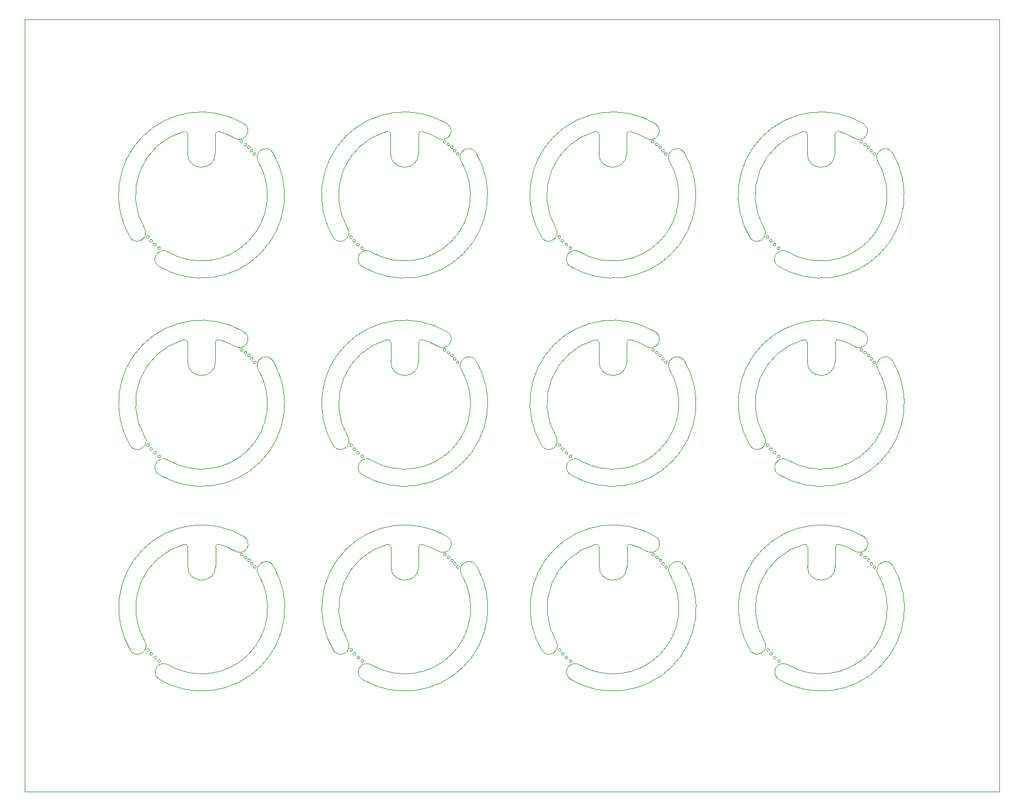
<source format=gbr>
%TF.GenerationSoftware,KiCad,Pcbnew,(7.0.0)*%
%TF.CreationDate,2023-05-18T16:05:58-04:00*%
%TF.ProjectId,eib-64-cap,6569622d-3634-42d6-9361-702e6b696361,B*%
%TF.SameCoordinates,Original*%
%TF.FileFunction,Profile,NP*%
%FSLAX46Y46*%
G04 Gerber Fmt 4.6, Leading zero omitted, Abs format (unit mm)*
G04 Created by KiCad (PCBNEW (7.0.0)) date 2023-05-18 16:05:58*
%MOMM*%
%LPD*%
G01*
G04 APERTURE LIST*
%TA.AperFunction,Profile*%
%ADD10C,0.050000*%
%TD*%
%TA.AperFunction,Profile*%
%ADD11C,0.100000*%
%TD*%
G04 APERTURE END LIST*
D10*
X109515380Y-92787742D02*
G75*
G03*
X113515380Y-92787742I2000000J0D01*
G01*
X181815440Y-92687705D02*
G75*
G03*
X179715379Y-93987742I-1047940J-653395D01*
G01*
X109496750Y-62787742D02*
G75*
G03*
X113496750Y-62787742I2000000J0D01*
G01*
X138974016Y-119131391D02*
G75*
G03*
X133334010Y-133081372I2559684J-9150009D01*
G01*
X131315432Y-104987701D02*
G75*
G03*
X133315379Y-103587743I958168J759701D01*
G01*
X84812750Y-89637717D02*
G75*
G03*
X84262741Y-90012742I-142950J-381183D01*
G01*
X90121370Y-122381371D02*
G75*
G03*
X90121370Y-122381371I-200000J0D01*
G01*
X144083996Y-119131409D02*
G75*
G03*
X143534010Y-119506371I-142996J-381091D01*
G01*
X116315380Y-90587743D02*
G75*
G03*
X114065380Y-89637742I-4470380J-7448257D01*
G01*
X149336750Y-62887742D02*
G75*
G03*
X149336750Y-62887742I-200000J0D01*
G01*
X118015380Y-61506371D02*
G75*
G03*
X118015380Y-61506371I-200000J0D01*
G01*
X134996750Y-75937742D02*
G75*
G03*
X134996750Y-75937742I-200000J0D01*
G01*
X165434011Y-138581369D02*
G75*
G03*
X181834010Y-122181371I6101809J10298189D01*
G01*
X101296712Y-74987772D02*
G75*
G03*
X103296750Y-73587743I958188J759772D01*
G01*
X89262740Y-61906371D02*
G75*
G03*
X89262740Y-61906371I-200000J0D01*
G01*
X76162742Y-109087739D02*
G75*
G03*
X92562739Y-92687743I6101808J10298189D01*
G01*
X75744110Y-75937742D02*
G75*
G03*
X75744110Y-75937742I-200000J0D01*
G01*
X77462769Y-106987697D02*
G75*
G03*
X76162740Y-109087742I-671369J-1036803D01*
G01*
X169515380Y-92787742D02*
X169515380Y-90012742D01*
X88232740Y-91097742D02*
G75*
G03*
X88232740Y-91097742I-200000J0D01*
G01*
X108936749Y-59637738D02*
G75*
G03*
X103296750Y-73587743I2559731J-9150032D01*
G01*
X179336750Y-62887742D02*
G75*
G03*
X179336750Y-62887742I-200000J0D01*
G01*
X87044113Y-60587738D02*
G75*
G03*
X88344110Y-58487743I671337J1036788D01*
G01*
X166734012Y-136481368D02*
G75*
G03*
X179734007Y-123481371I4799998J8199998D01*
G01*
X77444099Y-76987759D02*
G75*
G03*
X76144110Y-79087742I-671399J-1036741D01*
G01*
X139496750Y-62787742D02*
G75*
G03*
X143496750Y-62787742I2000000J0D01*
G01*
X76144112Y-79087739D02*
G75*
G03*
X92544109Y-62687743I6101808J10298189D01*
G01*
X77481372Y-136481368D02*
G75*
G03*
X90481367Y-123481371I4799998J8199998D01*
G01*
X134034010Y-134331371D02*
G75*
G03*
X134034010Y-134331371I-200000J0D01*
G01*
X177615383Y-88487736D02*
G75*
G03*
X161315380Y-104987742I-6091863J-10283194D01*
G01*
X87081364Y-120081383D02*
G75*
G03*
X84831370Y-119131372I-4470364J-7448117D01*
G01*
X101334017Y-134481365D02*
G75*
G03*
X103334009Y-133081372I958193J759715D01*
G01*
X105596750Y-76437742D02*
G75*
G03*
X105596750Y-76437742I-200000J0D01*
G01*
X169496793Y-60012741D02*
G75*
G03*
X168936750Y-59637743I-409693J-6159D01*
G01*
X166715386Y-106987733D02*
G75*
G03*
X165415380Y-109087741I-671386J-1036767D01*
G01*
X79684111Y-59637747D02*
G75*
G03*
X74044111Y-73587743I2559739J-9150033D01*
G01*
X169496750Y-62787742D02*
G75*
G03*
X173496750Y-62787742I2000000J0D01*
G01*
X80262740Y-92787742D02*
G75*
G03*
X84262740Y-92787742I2000000J0D01*
G01*
X104996750Y-75937742D02*
G75*
G03*
X104996750Y-75937742I-200000J0D01*
G01*
X117634012Y-117981367D02*
G75*
G03*
X101334011Y-134481371I-6091862J-10283193D01*
G01*
X101315432Y-104987701D02*
G75*
G03*
X103315379Y-103587743I958168J759701D01*
G01*
X178915380Y-62406371D02*
G75*
G03*
X178915380Y-62406371I-200000J0D01*
G01*
X169534010Y-122281371D02*
G75*
G03*
X173534010Y-122281371I2000000J0D01*
G01*
X177634012Y-117981367D02*
G75*
G03*
X161334011Y-134481371I-6091862J-10283193D01*
G01*
X109534010Y-122281371D02*
X109534010Y-119506371D01*
X119336750Y-62887742D02*
G75*
G03*
X119336750Y-62887742I-200000J0D01*
G01*
X139496750Y-62787742D02*
X139496750Y-60012742D01*
X177504010Y-120591371D02*
G75*
G03*
X177504010Y-120591371I-200000J0D01*
G01*
X72062715Y-104987762D02*
G75*
G03*
X74062739Y-103587744I958185J759762D01*
G01*
X166696773Y-76987707D02*
G75*
G03*
X165396750Y-79087741I-671373J-1036793D01*
G01*
X161315432Y-104987701D02*
G75*
G03*
X163315379Y-103587743I958168J759701D01*
G01*
X79721372Y-119131377D02*
G75*
G03*
X74081370Y-133081372I2559738J-9150033D01*
G01*
X75762740Y-105937742D02*
G75*
G03*
X75762740Y-105937742I-200000J0D01*
G01*
X106715382Y-106987738D02*
G75*
G03*
X119715378Y-93987742I4799998J8199998D01*
G01*
X116334022Y-120081353D02*
G75*
G03*
X117634010Y-117981371I671378J1036753D01*
G01*
X134484010Y-134881371D02*
G75*
G03*
X134484010Y-134881371I-200000J0D01*
G01*
X135434011Y-138581369D02*
G75*
G03*
X151834010Y-122181371I6101809J10298189D01*
G01*
X136734012Y-136481368D02*
G75*
G03*
X149734007Y-123481371I4799998J8199998D01*
G01*
X88381372Y-117981367D02*
G75*
G03*
X72081371Y-134481371I-6091862J-10283193D01*
G01*
X116334004Y-120081382D02*
G75*
G03*
X114084010Y-119131372I-4470404J-7448218D01*
G01*
X165034010Y-135431371D02*
G75*
G03*
X165034010Y-135431371I-200000J0D01*
G01*
X104484010Y-134881371D02*
G75*
G03*
X104484010Y-134881371I-200000J0D01*
G01*
X146296713Y-60587801D02*
G75*
G03*
X147596750Y-58487743I671387J1036801D01*
G01*
X80244071Y-60012743D02*
G75*
G03*
X79684110Y-59637743I-409671J-6157D01*
G01*
X135015380Y-105937742D02*
G75*
G03*
X135015380Y-105937742I-200000J0D01*
G01*
X118534010Y-91906371D02*
G75*
G03*
X118534010Y-91906371I-200000J0D01*
G01*
X106734008Y-136481374D02*
G75*
G03*
X105434010Y-138581370I-671358J-1036776D01*
G01*
X116296754Y-60587737D02*
G75*
G03*
X114046750Y-59637742I-4470354J-7448263D01*
G01*
X135034010Y-135431371D02*
G75*
G03*
X135034010Y-135431371I-200000J0D01*
G01*
X149374010Y-122381371D02*
G75*
G03*
X149374010Y-122381371I-200000J0D01*
G01*
X146334004Y-120081382D02*
G75*
G03*
X144084010Y-119131372I-4470404J-7448218D01*
G01*
X89300000Y-121400000D02*
G75*
G03*
X89300000Y-121400000I-200000J0D01*
G01*
X118952640Y-121900000D02*
G75*
G03*
X118952640Y-121900000I-200000J0D01*
G01*
X169496750Y-62787742D02*
X169496750Y-60012742D01*
X92544126Y-62687732D02*
G75*
G03*
X90444110Y-63987742I-1047926J-653368D01*
G01*
X89700000Y-121900000D02*
G75*
G03*
X89700000Y-121900000I-200000J0D01*
G01*
X89681370Y-92406371D02*
G75*
G03*
X89681370Y-92406371I-200000J0D01*
G01*
X139534010Y-122281371D02*
G75*
G03*
X143534010Y-122281371I2000000J0D01*
G01*
X148015380Y-61506371D02*
G75*
G03*
X148015380Y-61506371I-200000J0D01*
G01*
X88800000Y-121000000D02*
G75*
G03*
X88800000Y-121000000I-200000J0D01*
G01*
X118915380Y-62406371D02*
G75*
G03*
X118915380Y-62406371I-200000J0D01*
G01*
X138936749Y-59637738D02*
G75*
G03*
X133296750Y-73587743I2559731J-9150032D01*
G01*
X75231370Y-134881371D02*
G75*
G03*
X75231370Y-134881371I-200000J0D01*
G01*
X77481368Y-136481374D02*
G75*
G03*
X76181370Y-138581370I-671358J-1036776D01*
G01*
X87062743Y-90587738D02*
G75*
G03*
X88362740Y-88487743I671337J1036788D01*
G01*
X179355380Y-92887742D02*
G75*
G03*
X179355380Y-92887742I-200000J0D01*
G01*
X109533944Y-119506372D02*
G75*
G03*
X108974010Y-119131372I-409644J-6128D01*
G01*
X114065371Y-89637767D02*
G75*
G03*
X113515381Y-90012742I-142971J-381133D01*
G01*
X89662740Y-62406371D02*
G75*
G03*
X89662740Y-62406371I-200000J0D01*
G01*
X109515380Y-92787742D02*
X109515380Y-90012742D01*
X139515380Y-92787742D02*
G75*
G03*
X143515380Y-92787742I2000000J0D01*
G01*
X179374010Y-122381371D02*
G75*
G03*
X179374010Y-122381371I-200000J0D01*
G01*
X146296754Y-60587737D02*
G75*
G03*
X144046750Y-59637742I-4470354J-7448263D01*
G01*
X105615380Y-106437742D02*
G75*
G03*
X105615380Y-106437742I-200000J0D01*
G01*
X104015380Y-104837742D02*
G75*
G03*
X104015380Y-104837742I-200000J0D01*
G01*
X121834052Y-122181345D02*
G75*
G03*
X119734010Y-123481371I-1047952J-653355D01*
G01*
X164015380Y-104837742D02*
G75*
G03*
X164015380Y-104837742I-200000J0D01*
G01*
X178934010Y-92406371D02*
G75*
G03*
X178934010Y-92406371I-200000J0D01*
G01*
X169515382Y-90012742D02*
G75*
G03*
X168955380Y-89637743I-409682J-6158D01*
G01*
X117485380Y-91097742D02*
G75*
G03*
X117485380Y-91097742I-200000J0D01*
G01*
X174065371Y-89637767D02*
G75*
G03*
X173515381Y-90012742I-142971J-381133D01*
G01*
X80262740Y-92787742D02*
X80262740Y-90012742D01*
X84244110Y-62787742D02*
X84244110Y-60012742D01*
D11*
X56800000Y-43500000D02*
X197200000Y-43500000D01*
X197200000Y-43500000D02*
X197200000Y-154700000D01*
X197200000Y-154700000D02*
X56800000Y-154700000D01*
X56800000Y-154700000D02*
X56800000Y-43500000D01*
D10*
X164034010Y-134331371D02*
G75*
G03*
X164034010Y-134331371I-200000J0D01*
G01*
X177485380Y-91097742D02*
G75*
G03*
X177485380Y-91097742I-200000J0D01*
G01*
X75781370Y-135431371D02*
G75*
G03*
X75781370Y-135431371I-200000J0D01*
G01*
X139515380Y-92787742D02*
X139515380Y-90012742D01*
X106734012Y-136481368D02*
G75*
G03*
X119734007Y-123481371I4799998J8199998D01*
G01*
X113515380Y-92787742D02*
X113515380Y-90012742D01*
X109534010Y-122281371D02*
G75*
G03*
X113534010Y-122281371I2000000J0D01*
G01*
X79702741Y-89637747D02*
G75*
G03*
X74062741Y-103587743I2559739J-9150033D01*
G01*
X74762740Y-104837742D02*
G75*
G03*
X74762740Y-104837742I-200000J0D01*
G01*
X76381370Y-135931371D02*
G75*
G03*
X76381370Y-135931371I-200000J0D01*
G01*
X178034010Y-91506371D02*
G75*
G03*
X178034010Y-91506371I-200000J0D01*
G01*
X135596750Y-76437742D02*
G75*
G03*
X135596750Y-76437742I-200000J0D01*
G01*
X80281370Y-122281371D02*
G75*
G03*
X84281370Y-122281371I2000000J0D01*
G01*
X117615383Y-88487736D02*
G75*
G03*
X101315380Y-104987742I-6091863J-10283194D01*
G01*
X76181371Y-138581369D02*
G75*
G03*
X92581370Y-122181371I6101809J10298189D01*
G01*
X74744110Y-74837742D02*
G75*
G03*
X74744110Y-74837742I-200000J0D01*
G01*
X90102740Y-92887742D02*
G75*
G03*
X90102740Y-92887742I-200000J0D01*
G01*
X139515382Y-90012742D02*
G75*
G03*
X138955380Y-89637743I-409682J-6158D01*
G01*
X80244110Y-62787742D02*
X80244110Y-60012742D01*
X72081377Y-134481365D02*
G75*
G03*
X74081369Y-133081372I958193J759715D01*
G01*
X84831375Y-119131358D02*
G75*
G03*
X84281370Y-119506371I-142975J-381142D01*
G01*
X151796709Y-62687768D02*
G75*
G03*
X149696749Y-63987742I-1047909J-653332D01*
G01*
X106696752Y-76987738D02*
G75*
G03*
X119696748Y-63987742I4799998J8199998D01*
G01*
X118052640Y-121000000D02*
G75*
G03*
X118052640Y-121000000I-200000J0D01*
G01*
X168955379Y-89637738D02*
G75*
G03*
X163315380Y-103587743I2559731J-9150032D01*
G01*
X143515380Y-92787742D02*
X143515380Y-90012742D01*
X76344110Y-76437742D02*
G75*
G03*
X76344110Y-76437742I-200000J0D01*
G01*
X116315325Y-90587828D02*
G75*
G03*
X117615380Y-88487742I671375J1036828D01*
G01*
X148052640Y-121000000D02*
G75*
G03*
X148052640Y-121000000I-200000J0D01*
G01*
X178015380Y-61506371D02*
G75*
G03*
X178015380Y-61506371I-200000J0D01*
G01*
X135634010Y-135931371D02*
G75*
G03*
X135634010Y-135931371I-200000J0D01*
G01*
X119355380Y-92887742D02*
G75*
G03*
X119355380Y-92887742I-200000J0D01*
G01*
X166715382Y-106987738D02*
G75*
G03*
X179715378Y-93987742I4799998J8199998D01*
G01*
X168936749Y-59637738D02*
G75*
G03*
X163296750Y-73587743I2559731J-9150032D01*
G01*
X75212740Y-105387742D02*
G75*
G03*
X75212740Y-105387742I-200000J0D01*
G01*
X135615380Y-106437742D02*
G75*
G03*
X135615380Y-106437742I-200000J0D01*
G01*
X84794086Y-59637805D02*
G75*
G03*
X84244111Y-60012742I-142986J-381095D01*
G01*
X178052640Y-121000000D02*
G75*
G03*
X178052640Y-121000000I-200000J0D01*
G01*
X169515380Y-92787742D02*
G75*
G03*
X173515380Y-92787742I2000000J0D01*
G01*
X131296712Y-74987772D02*
G75*
G03*
X133296750Y-73587743I958188J759772D01*
G01*
X114083996Y-119131409D02*
G75*
G03*
X113534010Y-119506371I-142996J-381091D01*
G01*
X168974016Y-119131391D02*
G75*
G03*
X163334010Y-133081372I2559684J-9150009D01*
G01*
X113534010Y-122281371D02*
X113534010Y-119506371D01*
X117466750Y-61097742D02*
G75*
G03*
X117466750Y-61097742I-200000J0D01*
G01*
X147466750Y-61097742D02*
G75*
G03*
X147466750Y-61097742I-200000J0D01*
G01*
X88362743Y-88487736D02*
G75*
G03*
X72062740Y-104987742I-6091863J-10283194D01*
G01*
X92562714Y-92687758D02*
G75*
G03*
X90462739Y-93987742I-1047914J-653342D01*
G01*
X80281370Y-122281371D02*
X80281370Y-119506371D01*
X88344113Y-58487736D02*
G75*
G03*
X72044110Y-74987742I-6091863J-10283194D01*
G01*
X121815440Y-92687705D02*
G75*
G03*
X119715379Y-93987742I-1047940J-653395D01*
G01*
X87044105Y-60587750D02*
G75*
G03*
X84794110Y-59637743I-4470405J-7448250D01*
G01*
X147485380Y-91097742D02*
G75*
G03*
X147485380Y-91097742I-200000J0D01*
G01*
X165415382Y-109087739D02*
G75*
G03*
X181815379Y-92687743I6101808J10298189D01*
G01*
X147615383Y-88487736D02*
G75*
G03*
X131315380Y-104987742I-6091863J-10283194D01*
G01*
X103996750Y-74837742D02*
G75*
G03*
X103996750Y-74837742I-200000J0D01*
G01*
X131333959Y-134481411D02*
G75*
G03*
X133334009Y-133081372I958241J759711D01*
G01*
X117504010Y-120591371D02*
G75*
G03*
X117504010Y-120591371I-200000J0D01*
G01*
X176296713Y-60587801D02*
G75*
G03*
X177596750Y-58487743I671387J1036801D01*
G01*
X118515380Y-61906371D02*
G75*
G03*
X118515380Y-61906371I-200000J0D01*
G01*
X176296754Y-60587737D02*
G75*
G03*
X174046750Y-59637742I-4470354J-7448263D01*
G01*
X76362740Y-106437742D02*
G75*
G03*
X76362740Y-106437742I-200000J0D01*
G01*
X169534010Y-122281371D02*
X169534010Y-119506371D01*
X181796709Y-62687768D02*
G75*
G03*
X179696749Y-63987742I-1047909J-653332D01*
G01*
X118034010Y-91506371D02*
G75*
G03*
X118034010Y-91506371I-200000J0D01*
G01*
X147504010Y-120591371D02*
G75*
G03*
X147504010Y-120591371I-200000J0D01*
G01*
X166696752Y-76987738D02*
G75*
G03*
X179696748Y-63987742I4799998J8199998D01*
G01*
X116296713Y-60587801D02*
G75*
G03*
X117596750Y-58487743I671387J1036801D01*
G01*
X89281370Y-91906371D02*
G75*
G03*
X89281370Y-91906371I-200000J0D01*
G01*
X178534010Y-91906371D02*
G75*
G03*
X178534010Y-91906371I-200000J0D01*
G01*
X105034010Y-135431371D02*
G75*
G03*
X105034010Y-135431371I-200000J0D01*
G01*
X119374010Y-122381371D02*
G75*
G03*
X119374010Y-122381371I-200000J0D01*
G01*
X108955381Y-89637747D02*
G75*
G03*
X103315381Y-103587743I2559739J-9150033D01*
G01*
X74781370Y-134331371D02*
G75*
G03*
X74781370Y-134331371I-200000J0D01*
G01*
X165015380Y-105937742D02*
G75*
G03*
X165015380Y-105937742I-200000J0D01*
G01*
X147634012Y-117981367D02*
G75*
G03*
X131334011Y-134481371I-6091862J-10283193D01*
G01*
X134446750Y-75387742D02*
G75*
G03*
X134446750Y-75387742I-200000J0D01*
G01*
X88251370Y-120591371D02*
G75*
G03*
X88251370Y-120591371I-200000J0D01*
G01*
X163996750Y-74837742D02*
G75*
G03*
X163996750Y-74837742I-200000J0D01*
G01*
X118934010Y-92406371D02*
G75*
G03*
X118934010Y-92406371I-200000J0D01*
G01*
X109515382Y-90012742D02*
G75*
G03*
X108955380Y-89637743I-409682J-6158D01*
G01*
X148952640Y-121900000D02*
G75*
G03*
X148952640Y-121900000I-200000J0D01*
G01*
X134465380Y-105387742D02*
G75*
G03*
X134465380Y-105387742I-200000J0D01*
G01*
X146315325Y-90587828D02*
G75*
G03*
X147615380Y-88487742I671375J1036828D01*
G01*
X173515380Y-92787742D02*
X173515380Y-90012742D01*
X143534010Y-122281371D02*
X143534010Y-119506371D01*
X92581376Y-122181367D02*
G75*
G03*
X90481370Y-123481371I-1047916J-653373D01*
G01*
X176315380Y-90587743D02*
G75*
G03*
X174065380Y-89637742I-4470380J-7448257D01*
G01*
X144065371Y-89637767D02*
G75*
G03*
X143515381Y-90012742I-142971J-381133D01*
G01*
X105015380Y-105937742D02*
G75*
G03*
X105015380Y-105937742I-200000J0D01*
G01*
X109496750Y-62787742D02*
X109496750Y-60012742D01*
X165615380Y-106437742D02*
G75*
G03*
X165615380Y-106437742I-200000J0D01*
G01*
X87081348Y-120081406D02*
G75*
G03*
X88381370Y-117981372I671352J1036806D01*
G01*
X138955381Y-89637747D02*
G75*
G03*
X133315381Y-103587743I2559739J-9150033D01*
G01*
X146315380Y-90587743D02*
G75*
G03*
X144065380Y-89637742I-4470380J-7448257D01*
G01*
X164446750Y-75387742D02*
G75*
G03*
X164446750Y-75387742I-200000J0D01*
G01*
X113496750Y-62787742D02*
X113496750Y-60012742D01*
X147596753Y-58487736D02*
G75*
G03*
X131296750Y-74987742I-6091863J-10283194D01*
G01*
X108974016Y-119131391D02*
G75*
G03*
X103334010Y-133081372I2559684J-9150009D01*
G01*
X134015380Y-104837742D02*
G75*
G03*
X134015380Y-104837742I-200000J0D01*
G01*
X90084110Y-62887742D02*
G75*
G03*
X90084110Y-62887742I-200000J0D01*
G01*
X106696773Y-76987707D02*
G75*
G03*
X105396750Y-79087741I-671373J-1036793D01*
G01*
X104034010Y-134331371D02*
G75*
G03*
X104034010Y-134331371I-200000J0D01*
G01*
X72044123Y-74987732D02*
G75*
G03*
X74044110Y-73587743I958177J759732D01*
G01*
X148034010Y-91506371D02*
G75*
G03*
X148034010Y-91506371I-200000J0D01*
G01*
X177466750Y-61097742D02*
G75*
G03*
X177466750Y-61097742I-200000J0D01*
G01*
X105396752Y-79087739D02*
G75*
G03*
X121796749Y-62687743I6101808J10298189D01*
G01*
X75194110Y-75387742D02*
G75*
G03*
X75194110Y-75387742I-200000J0D01*
G01*
X88214110Y-61097742D02*
G75*
G03*
X88214110Y-61097742I-200000J0D01*
G01*
X117596753Y-58487736D02*
G75*
G03*
X101296750Y-74987742I-6091863J-10283194D01*
G01*
X178515380Y-61906371D02*
G75*
G03*
X178515380Y-61906371I-200000J0D01*
G01*
X164465380Y-105387742D02*
G75*
G03*
X164465380Y-105387742I-200000J0D01*
G01*
X136696773Y-76987707D02*
G75*
G03*
X135396750Y-79087741I-671373J-1036793D01*
G01*
X105434011Y-138581369D02*
G75*
G03*
X121834010Y-122181371I6101809J10298189D01*
G01*
X148515380Y-61906371D02*
G75*
G03*
X148515380Y-61906371I-200000J0D01*
G01*
X173496750Y-62787742D02*
X173496750Y-60012742D01*
X178552640Y-121400000D02*
G75*
G03*
X178552640Y-121400000I-200000J0D01*
G01*
X105634010Y-135931371D02*
G75*
G03*
X105634010Y-135931371I-200000J0D01*
G01*
X165634010Y-135931371D02*
G75*
G03*
X165634010Y-135931371I-200000J0D01*
G01*
X80262797Y-90012741D02*
G75*
G03*
X79702740Y-89637742I-409697J-6159D01*
G01*
X149355380Y-92887742D02*
G75*
G03*
X149355380Y-92887742I-200000J0D01*
G01*
X135396752Y-79087739D02*
G75*
G03*
X151796749Y-62687743I6101808J10298189D01*
G01*
X135415382Y-109087739D02*
G75*
G03*
X151815379Y-92687743I6101808J10298189D01*
G01*
X151815440Y-92687705D02*
G75*
G03*
X149715379Y-93987742I-1047940J-653395D01*
G01*
X136696752Y-76987738D02*
G75*
G03*
X149696748Y-63987742I4799998J8199998D01*
G01*
X148915380Y-62406371D02*
G75*
G03*
X148915380Y-62406371I-200000J0D01*
G01*
X139534010Y-122281371D02*
X139534010Y-119506371D01*
X84262740Y-92787742D02*
X84262740Y-90012742D01*
X177596753Y-58487736D02*
G75*
G03*
X161296750Y-74987742I-6091863J-10283194D01*
G01*
X104465380Y-105387742D02*
G75*
G03*
X104465380Y-105387742I-200000J0D01*
G01*
X164996750Y-75937742D02*
G75*
G03*
X164996750Y-75937742I-200000J0D01*
G01*
X121796709Y-62687768D02*
G75*
G03*
X119696749Y-63987742I-1047909J-653332D01*
G01*
X165396752Y-79087739D02*
G75*
G03*
X181796749Y-62687743I6101808J10298189D01*
G01*
X178952640Y-121900000D02*
G75*
G03*
X178952640Y-121900000I-200000J0D01*
G01*
X165596750Y-76437742D02*
G75*
G03*
X165596750Y-76437742I-200000J0D01*
G01*
X88781370Y-91506371D02*
G75*
G03*
X88781370Y-91506371I-200000J0D01*
G01*
X151834052Y-122181345D02*
G75*
G03*
X149734010Y-123481371I-1047952J-653355D01*
G01*
X87062745Y-90587735D02*
G75*
G03*
X84812740Y-89637743I-4470345J-7448265D01*
G01*
X143496750Y-62787742D02*
X143496750Y-60012742D01*
X176334022Y-120081353D02*
G75*
G03*
X177634010Y-117981371I671378J1036753D01*
G01*
X77444112Y-76987738D02*
G75*
G03*
X90444108Y-63987742I4799998J8199998D01*
G01*
X104446750Y-75387742D02*
G75*
G03*
X104446750Y-75387742I-200000J0D01*
G01*
X164484010Y-134881371D02*
G75*
G03*
X164484010Y-134881371I-200000J0D01*
G01*
X181834052Y-122181345D02*
G75*
G03*
X179734010Y-123481371I-1047952J-653355D01*
G01*
X109496793Y-60012741D02*
G75*
G03*
X108936750Y-59637743I-409693J-6159D01*
G01*
X173534010Y-122281371D02*
X173534010Y-119506371D01*
X174046755Y-59637729D02*
G75*
G03*
X173496751Y-60012742I-142955J-381171D01*
G01*
X114046755Y-59637729D02*
G75*
G03*
X113496751Y-60012742I-142955J-381171D01*
G01*
X174083996Y-119131409D02*
G75*
G03*
X173534010Y-119506371I-142996J-381091D01*
G01*
X148934010Y-92406371D02*
G75*
G03*
X148934010Y-92406371I-200000J0D01*
G01*
X118552640Y-121400000D02*
G75*
G03*
X118552640Y-121400000I-200000J0D01*
G01*
X105415382Y-109087739D02*
G75*
G03*
X121815379Y-92687743I6101808J10298189D01*
G01*
X148534010Y-91906371D02*
G75*
G03*
X148534010Y-91906371I-200000J0D01*
G01*
X136715386Y-106987733D02*
G75*
G03*
X135415380Y-109087741I-671386J-1036767D01*
G01*
X136715382Y-106987738D02*
G75*
G03*
X149715378Y-93987742I4799998J8199998D01*
G01*
X148552640Y-121400000D02*
G75*
G03*
X148552640Y-121400000I-200000J0D01*
G01*
X166734026Y-136481347D02*
G75*
G03*
X165434010Y-138581371I-671426J-1036753D01*
G01*
X80244110Y-62787742D02*
G75*
G03*
X84244110Y-62787742I2000000J0D01*
G01*
X133996750Y-74837742D02*
G75*
G03*
X133996750Y-74837742I-200000J0D01*
G01*
X88762740Y-61506371D02*
G75*
G03*
X88762740Y-61506371I-200000J0D01*
G01*
X106715386Y-106987733D02*
G75*
G03*
X105415380Y-109087741I-671386J-1036767D01*
G01*
X176315325Y-90587828D02*
G75*
G03*
X177615380Y-88487742I671375J1036828D01*
G01*
X84281370Y-122281371D02*
X84281370Y-119506371D01*
X139496793Y-60012741D02*
G75*
G03*
X138936750Y-59637743I-409693J-6159D01*
G01*
X139533944Y-119506372D02*
G75*
G03*
X138974010Y-119131372I-409644J-6128D01*
G01*
X77462742Y-106987738D02*
G75*
G03*
X90462738Y-93987742I4799998J8199998D01*
G01*
X144046755Y-59637729D02*
G75*
G03*
X143496751Y-60012742I-142955J-381171D01*
G01*
X146334022Y-120081353D02*
G75*
G03*
X147634010Y-117981371I671378J1036753D01*
G01*
X176334004Y-120081382D02*
G75*
G03*
X174084010Y-119131372I-4470404J-7448218D01*
G01*
X169533944Y-119506372D02*
G75*
G03*
X168974010Y-119131372I-409644J-6128D01*
G01*
X136734026Y-136481347D02*
G75*
G03*
X135434010Y-138581371I-671426J-1036753D01*
G01*
X80281359Y-119506371D02*
G75*
G03*
X79721370Y-119131371I-409659J-6129D01*
G01*
X161333959Y-134481411D02*
G75*
G03*
X163334009Y-133081372I958241J759711D01*
G01*
X161296712Y-74987772D02*
G75*
G03*
X163296750Y-73587743I958188J759772D01*
G01*
M02*

</source>
